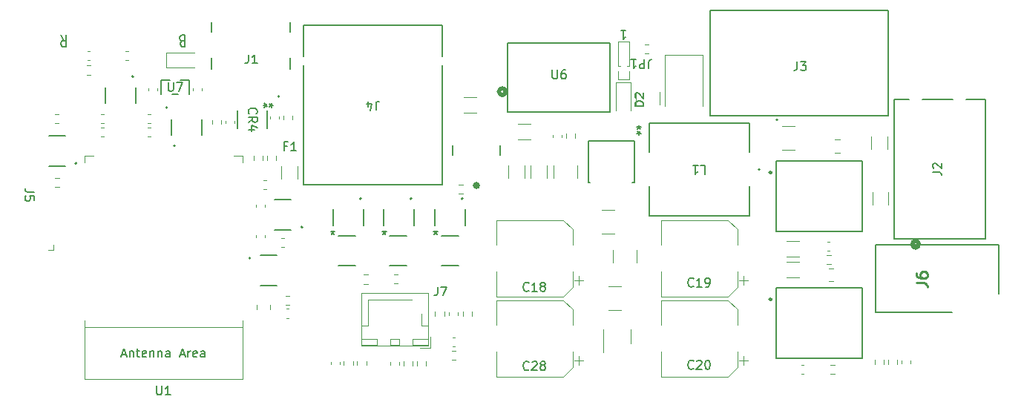
<source format=gbr>
%TF.GenerationSoftware,KiCad,Pcbnew,7.0.10*%
%TF.CreationDate,2025-02-04T14:48:45+01:00*%
%TF.ProjectId,BugWiperPCB,42756757-6970-4657-9250-43422e6b6963,rev?*%
%TF.SameCoordinates,Original*%
%TF.FileFunction,Legend,Top*%
%TF.FilePolarity,Positive*%
%FSLAX46Y46*%
G04 Gerber Fmt 4.6, Leading zero omitted, Abs format (unit mm)*
G04 Created by KiCad (PCBNEW 7.0.10) date 2025-02-04 14:48:45*
%MOMM*%
%LPD*%
G01*
G04 APERTURE LIST*
%ADD10C,0.200000*%
%ADD11C,0.150000*%
%ADD12C,0.254000*%
%ADD13C,0.120000*%
%ADD14C,0.152400*%
%ADD15C,0.508000*%
%ADD16C,0.400000*%
%ADD17C,0.250000*%
%ADD18C,0.127000*%
G04 APERTURE END LIST*
D10*
X129468571Y-61048447D02*
X129325714Y-60986542D01*
X129325714Y-60986542D02*
X129278095Y-60924638D01*
X129278095Y-60924638D02*
X129230476Y-60800828D01*
X129230476Y-60800828D02*
X129230476Y-60615114D01*
X129230476Y-60615114D02*
X129278095Y-60491304D01*
X129278095Y-60491304D02*
X129325714Y-60429400D01*
X129325714Y-60429400D02*
X129420952Y-60367495D01*
X129420952Y-60367495D02*
X129801904Y-60367495D01*
X129801904Y-60367495D02*
X129801904Y-61667495D01*
X129801904Y-61667495D02*
X129468571Y-61667495D01*
X129468571Y-61667495D02*
X129373333Y-61605590D01*
X129373333Y-61605590D02*
X129325714Y-61543685D01*
X129325714Y-61543685D02*
X129278095Y-61419876D01*
X129278095Y-61419876D02*
X129278095Y-61296066D01*
X129278095Y-61296066D02*
X129325714Y-61172257D01*
X129325714Y-61172257D02*
X129373333Y-61110352D01*
X129373333Y-61110352D02*
X129468571Y-61048447D01*
X129468571Y-61048447D02*
X129801904Y-61048447D01*
X115641476Y-60367495D02*
X115974809Y-60986542D01*
X116212904Y-60367495D02*
X116212904Y-61667495D01*
X116212904Y-61667495D02*
X115831952Y-61667495D01*
X115831952Y-61667495D02*
X115736714Y-61605590D01*
X115736714Y-61605590D02*
X115689095Y-61543685D01*
X115689095Y-61543685D02*
X115641476Y-61419876D01*
X115641476Y-61419876D02*
X115641476Y-61234161D01*
X115641476Y-61234161D02*
X115689095Y-61110352D01*
X115689095Y-61110352D02*
X115736714Y-61048447D01*
X115736714Y-61048447D02*
X115831952Y-60986542D01*
X115831952Y-60986542D02*
X116212904Y-60986542D01*
D11*
X146665151Y-82665219D02*
X146665151Y-82903314D01*
X146427056Y-82808076D02*
X146665151Y-82903314D01*
X146665151Y-82903314D02*
X146903246Y-82808076D01*
X146522294Y-83093790D02*
X146665151Y-82903314D01*
X146665151Y-82903314D02*
X146808008Y-83093790D01*
X141449466Y-73032209D02*
X141116133Y-73032209D01*
X141116133Y-73556019D02*
X141116133Y-72556019D01*
X141116133Y-72556019D02*
X141592323Y-72556019D01*
X142497085Y-73556019D02*
X141925657Y-73556019D01*
X142211371Y-73556019D02*
X142211371Y-72556019D01*
X142211371Y-72556019D02*
X142116133Y-72698876D01*
X142116133Y-72698876D02*
X142020895Y-72794114D01*
X142020895Y-72794114D02*
X141925657Y-72841733D01*
X215124820Y-75999933D02*
X215839105Y-75999933D01*
X215839105Y-75999933D02*
X215981962Y-76047552D01*
X215981962Y-76047552D02*
X216077201Y-76142790D01*
X216077201Y-76142790D02*
X216124820Y-76285647D01*
X216124820Y-76285647D02*
X216124820Y-76380885D01*
X215220058Y-75571361D02*
X215172439Y-75523742D01*
X215172439Y-75523742D02*
X215124820Y-75428504D01*
X215124820Y-75428504D02*
X215124820Y-75190409D01*
X215124820Y-75190409D02*
X215172439Y-75095171D01*
X215172439Y-75095171D02*
X215220058Y-75047552D01*
X215220058Y-75047552D02*
X215315296Y-74999933D01*
X215315296Y-74999933D02*
X215410534Y-74999933D01*
X215410534Y-74999933D02*
X215553391Y-75047552D01*
X215553391Y-75047552D02*
X216124820Y-75618980D01*
X216124820Y-75618980D02*
X216124820Y-74999933D01*
D12*
X213223118Y-88662932D02*
X214130261Y-88662932D01*
X214130261Y-88662932D02*
X214311689Y-88723409D01*
X214311689Y-88723409D02*
X214432642Y-88844361D01*
X214432642Y-88844361D02*
X214493118Y-89025790D01*
X214493118Y-89025790D02*
X214493118Y-89146742D01*
X213223118Y-87513885D02*
X213223118Y-87755790D01*
X213223118Y-87755790D02*
X213283594Y-87876742D01*
X213283594Y-87876742D02*
X213344070Y-87937218D01*
X213344070Y-87937218D02*
X213525499Y-88058171D01*
X213525499Y-88058171D02*
X213767403Y-88118647D01*
X213767403Y-88118647D02*
X214251213Y-88118647D01*
X214251213Y-88118647D02*
X214372165Y-88058171D01*
X214372165Y-88058171D02*
X214432642Y-87997694D01*
X214432642Y-87997694D02*
X214493118Y-87876742D01*
X214493118Y-87876742D02*
X214493118Y-87634837D01*
X214493118Y-87634837D02*
X214432642Y-87513885D01*
X214432642Y-87513885D02*
X214372165Y-87453409D01*
X214372165Y-87453409D02*
X214251213Y-87392932D01*
X214251213Y-87392932D02*
X213948832Y-87392932D01*
X213948832Y-87392932D02*
X213827880Y-87453409D01*
X213827880Y-87453409D02*
X213767403Y-87513885D01*
X213767403Y-87513885D02*
X213706927Y-87634837D01*
X213706927Y-87634837D02*
X213706927Y-87876742D01*
X213706927Y-87876742D02*
X213767403Y-87997694D01*
X213767403Y-87997694D02*
X213827880Y-88058171D01*
X213827880Y-88058171D02*
X213948832Y-88118647D01*
D11*
X187825142Y-98403580D02*
X187777523Y-98451200D01*
X187777523Y-98451200D02*
X187634666Y-98498819D01*
X187634666Y-98498819D02*
X187539428Y-98498819D01*
X187539428Y-98498819D02*
X187396571Y-98451200D01*
X187396571Y-98451200D02*
X187301333Y-98355961D01*
X187301333Y-98355961D02*
X187253714Y-98260723D01*
X187253714Y-98260723D02*
X187206095Y-98070247D01*
X187206095Y-98070247D02*
X187206095Y-97927390D01*
X187206095Y-97927390D02*
X187253714Y-97736914D01*
X187253714Y-97736914D02*
X187301333Y-97641676D01*
X187301333Y-97641676D02*
X187396571Y-97546438D01*
X187396571Y-97546438D02*
X187539428Y-97498819D01*
X187539428Y-97498819D02*
X187634666Y-97498819D01*
X187634666Y-97498819D02*
X187777523Y-97546438D01*
X187777523Y-97546438D02*
X187825142Y-97594057D01*
X188206095Y-97594057D02*
X188253714Y-97546438D01*
X188253714Y-97546438D02*
X188348952Y-97498819D01*
X188348952Y-97498819D02*
X188587047Y-97498819D01*
X188587047Y-97498819D02*
X188682285Y-97546438D01*
X188682285Y-97546438D02*
X188729904Y-97594057D01*
X188729904Y-97594057D02*
X188777523Y-97689295D01*
X188777523Y-97689295D02*
X188777523Y-97784533D01*
X188777523Y-97784533D02*
X188729904Y-97927390D01*
X188729904Y-97927390D02*
X188158476Y-98498819D01*
X188158476Y-98498819D02*
X188777523Y-98498819D01*
X189396571Y-97498819D02*
X189491809Y-97498819D01*
X189491809Y-97498819D02*
X189587047Y-97546438D01*
X189587047Y-97546438D02*
X189634666Y-97594057D01*
X189634666Y-97594057D02*
X189682285Y-97689295D01*
X189682285Y-97689295D02*
X189729904Y-97879771D01*
X189729904Y-97879771D02*
X189729904Y-98117866D01*
X189729904Y-98117866D02*
X189682285Y-98308342D01*
X189682285Y-98308342D02*
X189634666Y-98403580D01*
X189634666Y-98403580D02*
X189587047Y-98451200D01*
X189587047Y-98451200D02*
X189491809Y-98498819D01*
X189491809Y-98498819D02*
X189396571Y-98498819D01*
X189396571Y-98498819D02*
X189301333Y-98451200D01*
X189301333Y-98451200D02*
X189253714Y-98403580D01*
X189253714Y-98403580D02*
X189206095Y-98308342D01*
X189206095Y-98308342D02*
X189158476Y-98117866D01*
X189158476Y-98117866D02*
X189158476Y-97879771D01*
X189158476Y-97879771D02*
X189206095Y-97689295D01*
X189206095Y-97689295D02*
X189253714Y-97594057D01*
X189253714Y-97594057D02*
X189301333Y-97546438D01*
X189301333Y-97546438D02*
X189396571Y-97498819D01*
X112559180Y-78279666D02*
X111844895Y-78279666D01*
X111844895Y-78279666D02*
X111702038Y-78232047D01*
X111702038Y-78232047D02*
X111606800Y-78136809D01*
X111606800Y-78136809D02*
X111559180Y-77993952D01*
X111559180Y-77993952D02*
X111559180Y-77898714D01*
X112559180Y-79232047D02*
X112559180Y-78755857D01*
X112559180Y-78755857D02*
X112082990Y-78708238D01*
X112082990Y-78708238D02*
X112130609Y-78755857D01*
X112130609Y-78755857D02*
X112178228Y-78851095D01*
X112178228Y-78851095D02*
X112178228Y-79089190D01*
X112178228Y-79089190D02*
X112130609Y-79184428D01*
X112130609Y-79184428D02*
X112082990Y-79232047D01*
X112082990Y-79232047D02*
X111987752Y-79279666D01*
X111987752Y-79279666D02*
X111749657Y-79279666D01*
X111749657Y-79279666D02*
X111654419Y-79232047D01*
X111654419Y-79232047D02*
X111606800Y-79184428D01*
X111606800Y-79184428D02*
X111559180Y-79089190D01*
X111559180Y-79089190D02*
X111559180Y-78851095D01*
X111559180Y-78851095D02*
X111606800Y-78755857D01*
X111606800Y-78755857D02*
X111654419Y-78708238D01*
X126589295Y-100416819D02*
X126589295Y-101226342D01*
X126589295Y-101226342D02*
X126636914Y-101321580D01*
X126636914Y-101321580D02*
X126684533Y-101369200D01*
X126684533Y-101369200D02*
X126779771Y-101416819D01*
X126779771Y-101416819D02*
X126970247Y-101416819D01*
X126970247Y-101416819D02*
X127065485Y-101369200D01*
X127065485Y-101369200D02*
X127113104Y-101321580D01*
X127113104Y-101321580D02*
X127160723Y-101226342D01*
X127160723Y-101226342D02*
X127160723Y-100416819D01*
X128160723Y-101416819D02*
X127589295Y-101416819D01*
X127875009Y-101416819D02*
X127875009Y-100416819D01*
X127875009Y-100416819D02*
X127779771Y-100559676D01*
X127779771Y-100559676D02*
X127684533Y-100654914D01*
X127684533Y-100654914D02*
X127589295Y-100702533D01*
X122589294Y-96831104D02*
X123065484Y-96831104D01*
X122494056Y-97116819D02*
X122827389Y-96116819D01*
X122827389Y-96116819D02*
X123160722Y-97116819D01*
X123494056Y-96450152D02*
X123494056Y-97116819D01*
X123494056Y-96545390D02*
X123541675Y-96497771D01*
X123541675Y-96497771D02*
X123636913Y-96450152D01*
X123636913Y-96450152D02*
X123779770Y-96450152D01*
X123779770Y-96450152D02*
X123875008Y-96497771D01*
X123875008Y-96497771D02*
X123922627Y-96593009D01*
X123922627Y-96593009D02*
X123922627Y-97116819D01*
X124255961Y-96450152D02*
X124636913Y-96450152D01*
X124398818Y-96116819D02*
X124398818Y-96973961D01*
X124398818Y-96973961D02*
X124446437Y-97069200D01*
X124446437Y-97069200D02*
X124541675Y-97116819D01*
X124541675Y-97116819D02*
X124636913Y-97116819D01*
X125351199Y-97069200D02*
X125255961Y-97116819D01*
X125255961Y-97116819D02*
X125065485Y-97116819D01*
X125065485Y-97116819D02*
X124970247Y-97069200D01*
X124970247Y-97069200D02*
X124922628Y-96973961D01*
X124922628Y-96973961D02*
X124922628Y-96593009D01*
X124922628Y-96593009D02*
X124970247Y-96497771D01*
X124970247Y-96497771D02*
X125065485Y-96450152D01*
X125065485Y-96450152D02*
X125255961Y-96450152D01*
X125255961Y-96450152D02*
X125351199Y-96497771D01*
X125351199Y-96497771D02*
X125398818Y-96593009D01*
X125398818Y-96593009D02*
X125398818Y-96688247D01*
X125398818Y-96688247D02*
X124922628Y-96783485D01*
X125827390Y-96450152D02*
X125827390Y-97116819D01*
X125827390Y-96545390D02*
X125875009Y-96497771D01*
X125875009Y-96497771D02*
X125970247Y-96450152D01*
X125970247Y-96450152D02*
X126113104Y-96450152D01*
X126113104Y-96450152D02*
X126208342Y-96497771D01*
X126208342Y-96497771D02*
X126255961Y-96593009D01*
X126255961Y-96593009D02*
X126255961Y-97116819D01*
X126732152Y-96450152D02*
X126732152Y-97116819D01*
X126732152Y-96545390D02*
X126779771Y-96497771D01*
X126779771Y-96497771D02*
X126875009Y-96450152D01*
X126875009Y-96450152D02*
X127017866Y-96450152D01*
X127017866Y-96450152D02*
X127113104Y-96497771D01*
X127113104Y-96497771D02*
X127160723Y-96593009D01*
X127160723Y-96593009D02*
X127160723Y-97116819D01*
X128065485Y-97116819D02*
X128065485Y-96593009D01*
X128065485Y-96593009D02*
X128017866Y-96497771D01*
X128017866Y-96497771D02*
X127922628Y-96450152D01*
X127922628Y-96450152D02*
X127732152Y-96450152D01*
X127732152Y-96450152D02*
X127636914Y-96497771D01*
X128065485Y-97069200D02*
X127970247Y-97116819D01*
X127970247Y-97116819D02*
X127732152Y-97116819D01*
X127732152Y-97116819D02*
X127636914Y-97069200D01*
X127636914Y-97069200D02*
X127589295Y-96973961D01*
X127589295Y-96973961D02*
X127589295Y-96878723D01*
X127589295Y-96878723D02*
X127636914Y-96783485D01*
X127636914Y-96783485D02*
X127732152Y-96735866D01*
X127732152Y-96735866D02*
X127970247Y-96735866D01*
X127970247Y-96735866D02*
X128065485Y-96688247D01*
X129255962Y-96831104D02*
X129732152Y-96831104D01*
X129160724Y-97116819D02*
X129494057Y-96116819D01*
X129494057Y-96116819D02*
X129827390Y-97116819D01*
X130160724Y-97116819D02*
X130160724Y-96450152D01*
X130160724Y-96640628D02*
X130208343Y-96545390D01*
X130208343Y-96545390D02*
X130255962Y-96497771D01*
X130255962Y-96497771D02*
X130351200Y-96450152D01*
X130351200Y-96450152D02*
X130446438Y-96450152D01*
X131160724Y-97069200D02*
X131065486Y-97116819D01*
X131065486Y-97116819D02*
X130875010Y-97116819D01*
X130875010Y-97116819D02*
X130779772Y-97069200D01*
X130779772Y-97069200D02*
X130732153Y-96973961D01*
X130732153Y-96973961D02*
X130732153Y-96593009D01*
X130732153Y-96593009D02*
X130779772Y-96497771D01*
X130779772Y-96497771D02*
X130875010Y-96450152D01*
X130875010Y-96450152D02*
X131065486Y-96450152D01*
X131065486Y-96450152D02*
X131160724Y-96497771D01*
X131160724Y-96497771D02*
X131208343Y-96593009D01*
X131208343Y-96593009D02*
X131208343Y-96688247D01*
X131208343Y-96688247D02*
X130732153Y-96783485D01*
X132065486Y-97116819D02*
X132065486Y-96593009D01*
X132065486Y-96593009D02*
X132017867Y-96497771D01*
X132017867Y-96497771D02*
X131922629Y-96450152D01*
X131922629Y-96450152D02*
X131732153Y-96450152D01*
X131732153Y-96450152D02*
X131636915Y-96497771D01*
X132065486Y-97069200D02*
X131970248Y-97116819D01*
X131970248Y-97116819D02*
X131732153Y-97116819D01*
X131732153Y-97116819D02*
X131636915Y-97069200D01*
X131636915Y-97069200D02*
X131589296Y-96973961D01*
X131589296Y-96973961D02*
X131589296Y-96878723D01*
X131589296Y-96878723D02*
X131636915Y-96783485D01*
X131636915Y-96783485D02*
X131732153Y-96735866D01*
X131732153Y-96735866D02*
X131970248Y-96735866D01*
X131970248Y-96735866D02*
X132065486Y-96688247D01*
X151590333Y-68921880D02*
X151590333Y-68207595D01*
X151590333Y-68207595D02*
X151637952Y-68064738D01*
X151637952Y-68064738D02*
X151733190Y-67969500D01*
X151733190Y-67969500D02*
X151876047Y-67921880D01*
X151876047Y-67921880D02*
X151971285Y-67921880D01*
X150685571Y-68588547D02*
X150685571Y-67921880D01*
X150923666Y-68969500D02*
X151161761Y-68255214D01*
X151161761Y-68255214D02*
X150542714Y-68255214D01*
X152539300Y-82665219D02*
X152539300Y-82903314D01*
X152301205Y-82808076D02*
X152539300Y-82903314D01*
X152539300Y-82903314D02*
X152777395Y-82808076D01*
X152396443Y-83093790D02*
X152539300Y-82903314D01*
X152539300Y-82903314D02*
X152682157Y-83093790D01*
X169029142Y-98530580D02*
X168981523Y-98578200D01*
X168981523Y-98578200D02*
X168838666Y-98625819D01*
X168838666Y-98625819D02*
X168743428Y-98625819D01*
X168743428Y-98625819D02*
X168600571Y-98578200D01*
X168600571Y-98578200D02*
X168505333Y-98482961D01*
X168505333Y-98482961D02*
X168457714Y-98387723D01*
X168457714Y-98387723D02*
X168410095Y-98197247D01*
X168410095Y-98197247D02*
X168410095Y-98054390D01*
X168410095Y-98054390D02*
X168457714Y-97863914D01*
X168457714Y-97863914D02*
X168505333Y-97768676D01*
X168505333Y-97768676D02*
X168600571Y-97673438D01*
X168600571Y-97673438D02*
X168743428Y-97625819D01*
X168743428Y-97625819D02*
X168838666Y-97625819D01*
X168838666Y-97625819D02*
X168981523Y-97673438D01*
X168981523Y-97673438D02*
X169029142Y-97721057D01*
X169410095Y-97721057D02*
X169457714Y-97673438D01*
X169457714Y-97673438D02*
X169552952Y-97625819D01*
X169552952Y-97625819D02*
X169791047Y-97625819D01*
X169791047Y-97625819D02*
X169886285Y-97673438D01*
X169886285Y-97673438D02*
X169933904Y-97721057D01*
X169933904Y-97721057D02*
X169981523Y-97816295D01*
X169981523Y-97816295D02*
X169981523Y-97911533D01*
X169981523Y-97911533D02*
X169933904Y-98054390D01*
X169933904Y-98054390D02*
X169362476Y-98625819D01*
X169362476Y-98625819D02*
X169981523Y-98625819D01*
X170552952Y-98054390D02*
X170457714Y-98006771D01*
X170457714Y-98006771D02*
X170410095Y-97959152D01*
X170410095Y-97959152D02*
X170362476Y-97863914D01*
X170362476Y-97863914D02*
X170362476Y-97816295D01*
X170362476Y-97816295D02*
X170410095Y-97721057D01*
X170410095Y-97721057D02*
X170457714Y-97673438D01*
X170457714Y-97673438D02*
X170552952Y-97625819D01*
X170552952Y-97625819D02*
X170743428Y-97625819D01*
X170743428Y-97625819D02*
X170838666Y-97673438D01*
X170838666Y-97673438D02*
X170886285Y-97721057D01*
X170886285Y-97721057D02*
X170933904Y-97816295D01*
X170933904Y-97816295D02*
X170933904Y-97863914D01*
X170933904Y-97863914D02*
X170886285Y-97959152D01*
X170886285Y-97959152D02*
X170838666Y-98006771D01*
X170838666Y-98006771D02*
X170743428Y-98054390D01*
X170743428Y-98054390D02*
X170552952Y-98054390D01*
X170552952Y-98054390D02*
X170457714Y-98102009D01*
X170457714Y-98102009D02*
X170410095Y-98149628D01*
X170410095Y-98149628D02*
X170362476Y-98244866D01*
X170362476Y-98244866D02*
X170362476Y-98435342D01*
X170362476Y-98435342D02*
X170410095Y-98530580D01*
X170410095Y-98530580D02*
X170457714Y-98578200D01*
X170457714Y-98578200D02*
X170552952Y-98625819D01*
X170552952Y-98625819D02*
X170743428Y-98625819D01*
X170743428Y-98625819D02*
X170838666Y-98578200D01*
X170838666Y-98578200D02*
X170886285Y-98530580D01*
X170886285Y-98530580D02*
X170933904Y-98435342D01*
X170933904Y-98435342D02*
X170933904Y-98244866D01*
X170933904Y-98244866D02*
X170886285Y-98149628D01*
X170886285Y-98149628D02*
X170838666Y-98102009D01*
X170838666Y-98102009D02*
X170743428Y-98054390D01*
X158413450Y-82665219D02*
X158413450Y-82903314D01*
X158175355Y-82808076D02*
X158413450Y-82903314D01*
X158413450Y-82903314D02*
X158651545Y-82808076D01*
X158270593Y-83093790D02*
X158413450Y-82903314D01*
X158413450Y-82903314D02*
X158556307Y-83093790D01*
X127914495Y-65748819D02*
X127914495Y-66558342D01*
X127914495Y-66558342D02*
X127962114Y-66653580D01*
X127962114Y-66653580D02*
X128009733Y-66701200D01*
X128009733Y-66701200D02*
X128104971Y-66748819D01*
X128104971Y-66748819D02*
X128295447Y-66748819D01*
X128295447Y-66748819D02*
X128390685Y-66701200D01*
X128390685Y-66701200D02*
X128438304Y-66653580D01*
X128438304Y-66653580D02*
X128485923Y-66558342D01*
X128485923Y-66558342D02*
X128485923Y-65748819D01*
X128866876Y-65748819D02*
X129533542Y-65748819D01*
X129533542Y-65748819D02*
X129104971Y-66748819D01*
X188634666Y-75237180D02*
X189110856Y-75237180D01*
X189110856Y-75237180D02*
X189110856Y-76237180D01*
X187777523Y-75237180D02*
X188348951Y-75237180D01*
X188063237Y-75237180D02*
X188063237Y-76237180D01*
X188063237Y-76237180D02*
X188158475Y-76094323D01*
X188158475Y-76094323D02*
X188253713Y-75999085D01*
X188253713Y-75999085D02*
X188348951Y-75951466D01*
X137055266Y-62599219D02*
X137055266Y-63313504D01*
X137055266Y-63313504D02*
X137007647Y-63456361D01*
X137007647Y-63456361D02*
X136912409Y-63551600D01*
X136912409Y-63551600D02*
X136769552Y-63599219D01*
X136769552Y-63599219D02*
X136674314Y-63599219D01*
X138055266Y-63599219D02*
X137483838Y-63599219D01*
X137769552Y-63599219D02*
X137769552Y-62599219D01*
X137769552Y-62599219D02*
X137674314Y-62742076D01*
X137674314Y-62742076D02*
X137579076Y-62837314D01*
X137579076Y-62837314D02*
X137483838Y-62884933D01*
X137140419Y-69333333D02*
X137092800Y-69285714D01*
X137092800Y-69285714D02*
X137045180Y-69142857D01*
X137045180Y-69142857D02*
X137045180Y-69047619D01*
X137045180Y-69047619D02*
X137092800Y-68904762D01*
X137092800Y-68904762D02*
X137188038Y-68809524D01*
X137188038Y-68809524D02*
X137283276Y-68761905D01*
X137283276Y-68761905D02*
X137473752Y-68714286D01*
X137473752Y-68714286D02*
X137616609Y-68714286D01*
X137616609Y-68714286D02*
X137807085Y-68761905D01*
X137807085Y-68761905D02*
X137902323Y-68809524D01*
X137902323Y-68809524D02*
X137997561Y-68904762D01*
X137997561Y-68904762D02*
X138045180Y-69047619D01*
X138045180Y-69047619D02*
X138045180Y-69142857D01*
X138045180Y-69142857D02*
X137997561Y-69285714D01*
X137997561Y-69285714D02*
X137949942Y-69333333D01*
X137045180Y-70333333D02*
X137521371Y-70000000D01*
X137045180Y-69761905D02*
X138045180Y-69761905D01*
X138045180Y-69761905D02*
X138045180Y-70142857D01*
X138045180Y-70142857D02*
X137997561Y-70238095D01*
X137997561Y-70238095D02*
X137949942Y-70285714D01*
X137949942Y-70285714D02*
X137854704Y-70333333D01*
X137854704Y-70333333D02*
X137711847Y-70333333D01*
X137711847Y-70333333D02*
X137616609Y-70285714D01*
X137616609Y-70285714D02*
X137568990Y-70238095D01*
X137568990Y-70238095D02*
X137521371Y-70142857D01*
X137521371Y-70142857D02*
X137521371Y-69761905D01*
X137711847Y-71190476D02*
X137045180Y-71190476D01*
X138092800Y-70952381D02*
X137378514Y-70714286D01*
X137378514Y-70714286D02*
X137378514Y-71333333D01*
X138732819Y-68393449D02*
X138970914Y-68393449D01*
X138875676Y-68631544D02*
X138970914Y-68393449D01*
X138970914Y-68393449D02*
X138875676Y-68155354D01*
X139161390Y-68536306D02*
X138970914Y-68393449D01*
X138970914Y-68393449D02*
X139161390Y-68250592D01*
X139823180Y-68393450D02*
X139585085Y-68393450D01*
X139680323Y-68155355D02*
X139585085Y-68393450D01*
X139585085Y-68393450D02*
X139680323Y-68631545D01*
X139394609Y-68250593D02*
X139585085Y-68393450D01*
X139585085Y-68393450D02*
X139394609Y-68536307D01*
X182136819Y-68488094D02*
X181136819Y-68488094D01*
X181136819Y-68488094D02*
X181136819Y-68249999D01*
X181136819Y-68249999D02*
X181184438Y-68107142D01*
X181184438Y-68107142D02*
X181279676Y-68011904D01*
X181279676Y-68011904D02*
X181374914Y-67964285D01*
X181374914Y-67964285D02*
X181565390Y-67916666D01*
X181565390Y-67916666D02*
X181708247Y-67916666D01*
X181708247Y-67916666D02*
X181898723Y-67964285D01*
X181898723Y-67964285D02*
X181993961Y-68011904D01*
X181993961Y-68011904D02*
X182089200Y-68107142D01*
X182089200Y-68107142D02*
X182136819Y-68249999D01*
X182136819Y-68249999D02*
X182136819Y-68488094D01*
X181232057Y-67535713D02*
X181184438Y-67488094D01*
X181184438Y-67488094D02*
X181136819Y-67392856D01*
X181136819Y-67392856D02*
X181136819Y-67154761D01*
X181136819Y-67154761D02*
X181184438Y-67059523D01*
X181184438Y-67059523D02*
X181232057Y-67011904D01*
X181232057Y-67011904D02*
X181327295Y-66964285D01*
X181327295Y-66964285D02*
X181422533Y-66964285D01*
X181422533Y-66964285D02*
X181565390Y-67011904D01*
X181565390Y-67011904D02*
X182136819Y-67583332D01*
X182136819Y-67583332D02*
X182136819Y-66964285D01*
X199666266Y-63412019D02*
X199666266Y-64126304D01*
X199666266Y-64126304D02*
X199618647Y-64269161D01*
X199618647Y-64269161D02*
X199523409Y-64364400D01*
X199523409Y-64364400D02*
X199380552Y-64412019D01*
X199380552Y-64412019D02*
X199285314Y-64412019D01*
X200047219Y-63412019D02*
X200666266Y-63412019D01*
X200666266Y-63412019D02*
X200332933Y-63792971D01*
X200332933Y-63792971D02*
X200475790Y-63792971D01*
X200475790Y-63792971D02*
X200571028Y-63840590D01*
X200571028Y-63840590D02*
X200618647Y-63888209D01*
X200618647Y-63888209D02*
X200666266Y-63983447D01*
X200666266Y-63983447D02*
X200666266Y-64221542D01*
X200666266Y-64221542D02*
X200618647Y-64316780D01*
X200618647Y-64316780D02*
X200571028Y-64364400D01*
X200571028Y-64364400D02*
X200475790Y-64412019D01*
X200475790Y-64412019D02*
X200190076Y-64412019D01*
X200190076Y-64412019D02*
X200094838Y-64364400D01*
X200094838Y-64364400D02*
X200047219Y-64316780D01*
X187825142Y-89005580D02*
X187777523Y-89053200D01*
X187777523Y-89053200D02*
X187634666Y-89100819D01*
X187634666Y-89100819D02*
X187539428Y-89100819D01*
X187539428Y-89100819D02*
X187396571Y-89053200D01*
X187396571Y-89053200D02*
X187301333Y-88957961D01*
X187301333Y-88957961D02*
X187253714Y-88862723D01*
X187253714Y-88862723D02*
X187206095Y-88672247D01*
X187206095Y-88672247D02*
X187206095Y-88529390D01*
X187206095Y-88529390D02*
X187253714Y-88338914D01*
X187253714Y-88338914D02*
X187301333Y-88243676D01*
X187301333Y-88243676D02*
X187396571Y-88148438D01*
X187396571Y-88148438D02*
X187539428Y-88100819D01*
X187539428Y-88100819D02*
X187634666Y-88100819D01*
X187634666Y-88100819D02*
X187777523Y-88148438D01*
X187777523Y-88148438D02*
X187825142Y-88196057D01*
X188777523Y-89100819D02*
X188206095Y-89100819D01*
X188491809Y-89100819D02*
X188491809Y-88100819D01*
X188491809Y-88100819D02*
X188396571Y-88243676D01*
X188396571Y-88243676D02*
X188301333Y-88338914D01*
X188301333Y-88338914D02*
X188206095Y-88386533D01*
X189253714Y-89100819D02*
X189444190Y-89100819D01*
X189444190Y-89100819D02*
X189539428Y-89053200D01*
X189539428Y-89053200D02*
X189587047Y-89005580D01*
X189587047Y-89005580D02*
X189682285Y-88862723D01*
X189682285Y-88862723D02*
X189729904Y-88672247D01*
X189729904Y-88672247D02*
X189729904Y-88291295D01*
X189729904Y-88291295D02*
X189682285Y-88196057D01*
X189682285Y-88196057D02*
X189634666Y-88148438D01*
X189634666Y-88148438D02*
X189539428Y-88100819D01*
X189539428Y-88100819D02*
X189348952Y-88100819D01*
X189348952Y-88100819D02*
X189253714Y-88148438D01*
X189253714Y-88148438D02*
X189206095Y-88196057D01*
X189206095Y-88196057D02*
X189158476Y-88291295D01*
X189158476Y-88291295D02*
X189158476Y-88529390D01*
X189158476Y-88529390D02*
X189206095Y-88624628D01*
X189206095Y-88624628D02*
X189253714Y-88672247D01*
X189253714Y-88672247D02*
X189348952Y-88719866D01*
X189348952Y-88719866D02*
X189539428Y-88719866D01*
X189539428Y-88719866D02*
X189634666Y-88672247D01*
X189634666Y-88672247D02*
X189682285Y-88624628D01*
X189682285Y-88624628D02*
X189729904Y-88529390D01*
X182697333Y-64176180D02*
X182697333Y-63461895D01*
X182697333Y-63461895D02*
X182744952Y-63319038D01*
X182744952Y-63319038D02*
X182840190Y-63223800D01*
X182840190Y-63223800D02*
X182983047Y-63176180D01*
X182983047Y-63176180D02*
X183078285Y-63176180D01*
X182221142Y-63176180D02*
X182221142Y-64176180D01*
X182221142Y-64176180D02*
X181840190Y-64176180D01*
X181840190Y-64176180D02*
X181744952Y-64128561D01*
X181744952Y-64128561D02*
X181697333Y-64080942D01*
X181697333Y-64080942D02*
X181649714Y-63985704D01*
X181649714Y-63985704D02*
X181649714Y-63842847D01*
X181649714Y-63842847D02*
X181697333Y-63747609D01*
X181697333Y-63747609D02*
X181744952Y-63699990D01*
X181744952Y-63699990D02*
X181840190Y-63652371D01*
X181840190Y-63652371D02*
X182221142Y-63652371D01*
X180697333Y-63176180D02*
X181268761Y-63176180D01*
X180983047Y-63176180D02*
X180983047Y-64176180D01*
X180983047Y-64176180D02*
X181078285Y-64033323D01*
X181078285Y-64033323D02*
X181173523Y-63938085D01*
X181173523Y-63938085D02*
X181268761Y-63890466D01*
X179546285Y-59874180D02*
X180117713Y-59874180D01*
X179831999Y-59874180D02*
X179831999Y-60874180D01*
X179831999Y-60874180D02*
X179927237Y-60731323D01*
X179927237Y-60731323D02*
X180022475Y-60636085D01*
X180022475Y-60636085D02*
X180117713Y-60588466D01*
X169029142Y-89513580D02*
X168981523Y-89561200D01*
X168981523Y-89561200D02*
X168838666Y-89608819D01*
X168838666Y-89608819D02*
X168743428Y-89608819D01*
X168743428Y-89608819D02*
X168600571Y-89561200D01*
X168600571Y-89561200D02*
X168505333Y-89465961D01*
X168505333Y-89465961D02*
X168457714Y-89370723D01*
X168457714Y-89370723D02*
X168410095Y-89180247D01*
X168410095Y-89180247D02*
X168410095Y-89037390D01*
X168410095Y-89037390D02*
X168457714Y-88846914D01*
X168457714Y-88846914D02*
X168505333Y-88751676D01*
X168505333Y-88751676D02*
X168600571Y-88656438D01*
X168600571Y-88656438D02*
X168743428Y-88608819D01*
X168743428Y-88608819D02*
X168838666Y-88608819D01*
X168838666Y-88608819D02*
X168981523Y-88656438D01*
X168981523Y-88656438D02*
X169029142Y-88704057D01*
X169981523Y-89608819D02*
X169410095Y-89608819D01*
X169695809Y-89608819D02*
X169695809Y-88608819D01*
X169695809Y-88608819D02*
X169600571Y-88751676D01*
X169600571Y-88751676D02*
X169505333Y-88846914D01*
X169505333Y-88846914D02*
X169410095Y-88894533D01*
X170552952Y-89037390D02*
X170457714Y-88989771D01*
X170457714Y-88989771D02*
X170410095Y-88942152D01*
X170410095Y-88942152D02*
X170362476Y-88846914D01*
X170362476Y-88846914D02*
X170362476Y-88799295D01*
X170362476Y-88799295D02*
X170410095Y-88704057D01*
X170410095Y-88704057D02*
X170457714Y-88656438D01*
X170457714Y-88656438D02*
X170552952Y-88608819D01*
X170552952Y-88608819D02*
X170743428Y-88608819D01*
X170743428Y-88608819D02*
X170838666Y-88656438D01*
X170838666Y-88656438D02*
X170886285Y-88704057D01*
X170886285Y-88704057D02*
X170933904Y-88799295D01*
X170933904Y-88799295D02*
X170933904Y-88846914D01*
X170933904Y-88846914D02*
X170886285Y-88942152D01*
X170886285Y-88942152D02*
X170838666Y-88989771D01*
X170838666Y-88989771D02*
X170743428Y-89037390D01*
X170743428Y-89037390D02*
X170552952Y-89037390D01*
X170552952Y-89037390D02*
X170457714Y-89085009D01*
X170457714Y-89085009D02*
X170410095Y-89132628D01*
X170410095Y-89132628D02*
X170362476Y-89227866D01*
X170362476Y-89227866D02*
X170362476Y-89418342D01*
X170362476Y-89418342D02*
X170410095Y-89513580D01*
X170410095Y-89513580D02*
X170457714Y-89561200D01*
X170457714Y-89561200D02*
X170552952Y-89608819D01*
X170552952Y-89608819D02*
X170743428Y-89608819D01*
X170743428Y-89608819D02*
X170838666Y-89561200D01*
X170838666Y-89561200D02*
X170886285Y-89513580D01*
X170886285Y-89513580D02*
X170933904Y-89418342D01*
X170933904Y-89418342D02*
X170933904Y-89227866D01*
X170933904Y-89227866D02*
X170886285Y-89132628D01*
X170886285Y-89132628D02*
X170838666Y-89085009D01*
X170838666Y-89085009D02*
X170743428Y-89037390D01*
X158619866Y-89091419D02*
X158619866Y-89805704D01*
X158619866Y-89805704D02*
X158572247Y-89948561D01*
X158572247Y-89948561D02*
X158477009Y-90043800D01*
X158477009Y-90043800D02*
X158334152Y-90091419D01*
X158334152Y-90091419D02*
X158238914Y-90091419D01*
X159000819Y-89091419D02*
X159667485Y-89091419D01*
X159667485Y-89091419D02*
X159238914Y-90091419D01*
X181609999Y-71766780D02*
X181609999Y-71528685D01*
X181848094Y-71623923D02*
X181609999Y-71528685D01*
X181609999Y-71528685D02*
X181371904Y-71623923D01*
X181752856Y-71338209D02*
X181609999Y-71528685D01*
X181609999Y-71528685D02*
X181467142Y-71338209D01*
X181610000Y-70676419D02*
X181610000Y-70914514D01*
X181371905Y-70819276D02*
X181610000Y-70914514D01*
X181610000Y-70914514D02*
X181848095Y-70819276D01*
X181467143Y-71104990D02*
X181610000Y-70914514D01*
X181610000Y-70914514D02*
X181752857Y-71104990D01*
X171729495Y-64351819D02*
X171729495Y-65161342D01*
X171729495Y-65161342D02*
X171777114Y-65256580D01*
X171777114Y-65256580D02*
X171824733Y-65304200D01*
X171824733Y-65304200D02*
X171919971Y-65351819D01*
X171919971Y-65351819D02*
X172110447Y-65351819D01*
X172110447Y-65351819D02*
X172205685Y-65304200D01*
X172205685Y-65304200D02*
X172253304Y-65256580D01*
X172253304Y-65256580D02*
X172300923Y-65161342D01*
X172300923Y-65161342D02*
X172300923Y-64351819D01*
X173205685Y-64351819D02*
X173015209Y-64351819D01*
X173015209Y-64351819D02*
X172919971Y-64399438D01*
X172919971Y-64399438D02*
X172872352Y-64447057D01*
X172872352Y-64447057D02*
X172777114Y-64589914D01*
X172777114Y-64589914D02*
X172729495Y-64780390D01*
X172729495Y-64780390D02*
X172729495Y-65161342D01*
X172729495Y-65161342D02*
X172777114Y-65256580D01*
X172777114Y-65256580D02*
X172824733Y-65304200D01*
X172824733Y-65304200D02*
X172919971Y-65351819D01*
X172919971Y-65351819D02*
X173110447Y-65351819D01*
X173110447Y-65351819D02*
X173205685Y-65304200D01*
X173205685Y-65304200D02*
X173253304Y-65256580D01*
X173253304Y-65256580D02*
X173300923Y-65161342D01*
X173300923Y-65161342D02*
X173300923Y-64923247D01*
X173300923Y-64923247D02*
X173253304Y-64828009D01*
X173253304Y-64828009D02*
X173205685Y-64780390D01*
X173205685Y-64780390D02*
X173110447Y-64732771D01*
X173110447Y-64732771D02*
X172919971Y-64732771D01*
X172919971Y-64732771D02*
X172824733Y-64780390D01*
X172824733Y-64780390D02*
X172777114Y-64828009D01*
X172777114Y-64828009D02*
X172729495Y-64923247D01*
D13*
%TO.C,C22*%
X160323620Y-94892400D02*
X160604780Y-94892400D01*
X160323620Y-95912400D02*
X160604780Y-95912400D01*
%TO.C,C11*%
X153261600Y-97981380D02*
X153261600Y-97700220D01*
X154281600Y-97981380D02*
X154281600Y-97700220D01*
%TO.C,R12*%
X149464500Y-98039458D02*
X149464500Y-97564942D01*
X150509500Y-98039458D02*
X150509500Y-97564942D01*
%TO.C,R15*%
X150181542Y-87717100D02*
X150656058Y-87717100D01*
X150181542Y-88762100D02*
X150656058Y-88762100D01*
%TO.C,R21*%
X174360100Y-71644742D02*
X174360100Y-72119258D01*
X173315100Y-71644742D02*
X173315100Y-72119258D01*
D14*
%TO.C,CR1*%
X147293801Y-86664800D02*
X149249601Y-86664800D01*
X149249601Y-83312000D02*
X147293801Y-83312000D01*
D13*
%TO.C,D3*%
X188840000Y-62634000D02*
X184540000Y-62634000D01*
X188840000Y-62634000D02*
X188840000Y-68444000D01*
X184540000Y-62634000D02*
X184540000Y-68444000D01*
%TO.C,F1*%
X142642000Y-75345936D02*
X142642000Y-76800064D01*
X140822000Y-75345936D02*
X140822000Y-76800064D01*
%TO.C,C24*%
X168550000Y-75234748D02*
X168550000Y-76657252D01*
X166730000Y-75234748D02*
X166730000Y-76657252D01*
%TO.C,C15*%
X197916748Y-70776000D02*
X199339252Y-70776000D01*
X197916748Y-73496000D02*
X199339252Y-73496000D01*
%TO.C,C13*%
X159954000Y-92330380D02*
X159954000Y-92049220D01*
X160974000Y-92330380D02*
X160974000Y-92049220D01*
%TO.C,D1*%
X127631600Y-62396000D02*
X127631600Y-64096000D01*
X127631600Y-62396000D02*
X130891600Y-62396000D01*
X127631600Y-64096000D02*
X130891600Y-64096000D01*
%TO.C,C4*%
X118680620Y-62228000D02*
X118961780Y-62228000D01*
X118680620Y-63248000D02*
X118961780Y-63248000D01*
%TO.C,C33*%
X125589420Y-70965600D02*
X125870580Y-70965600D01*
X125589420Y-71985600D02*
X125870580Y-71985600D01*
%TO.C,C8*%
X203109420Y-83945000D02*
X203390580Y-83945000D01*
X203109420Y-84965000D02*
X203390580Y-84965000D01*
%TO.C,U4*%
X177510000Y-94742000D02*
X177510000Y-96542000D01*
X177510000Y-94742000D02*
X177510000Y-93942000D01*
X180630000Y-94742000D02*
X180630000Y-95542000D01*
X180630000Y-94742000D02*
X180630000Y-93942000D01*
D14*
%TO.C,J2*%
X210693000Y-83616800D02*
X221107000Y-83616800D01*
X221107000Y-83616800D02*
X221107000Y-67716400D01*
X210693000Y-67716400D02*
X210693000Y-83616800D01*
X212431754Y-67716400D02*
X210693000Y-67716400D01*
X217431754Y-67716400D02*
X213908248Y-67716400D01*
X221107000Y-67716400D02*
X218908248Y-67716400D01*
D15*
X213551001Y-84251800D02*
G75*
G03*
X212789001Y-84251800I-381000J0D01*
G01*
X212789001Y-84251800D02*
G75*
G03*
X213551001Y-84251800I381000J0D01*
G01*
D10*
%TO.C,J6*%
X208646000Y-91988000D02*
X217346000Y-91988000D01*
X222646000Y-89888000D02*
X222646000Y-84288000D01*
X208646000Y-84288000D02*
X208646000Y-91988000D01*
X222646000Y-84288000D02*
X208646000Y-84288000D01*
D13*
%TO.C,R14*%
X154110458Y-88711300D02*
X153635942Y-88711300D01*
X154110458Y-87666300D02*
X153635942Y-87666300D01*
%TO.C,C37*%
X138940000Y-83171420D02*
X138940000Y-83452580D01*
X137920000Y-83171420D02*
X137920000Y-83452580D01*
%TO.C,R19*%
X158354500Y-92427058D02*
X158354500Y-91952542D01*
X159399500Y-92427058D02*
X159399500Y-91952542D01*
%TO.C,F3*%
X208132000Y-73371064D02*
X208132000Y-71916936D01*
X209952000Y-73371064D02*
X209952000Y-71916936D01*
D10*
%TO.C,L2*%
X160368000Y-74083000D02*
X160368000Y-72983000D01*
X165768000Y-74083000D02*
X165768000Y-72983000D01*
D16*
X163268000Y-77533000D02*
G75*
G03*
X162868000Y-77533000I-200000J0D01*
G01*
X162868000Y-77533000D02*
G75*
G03*
X163268000Y-77533000I200000J0D01*
G01*
D13*
%TO.C,C3*%
X123330580Y-63248000D02*
X123049420Y-63248000D01*
X123330580Y-62228000D02*
X123049420Y-62228000D01*
%TO.C,R7*%
X203470742Y-98029500D02*
X203945258Y-98029500D01*
X203470742Y-99074500D02*
X203945258Y-99074500D01*
%TO.C,R3*%
X133952700Y-70049342D02*
X133952700Y-70523858D01*
X132907700Y-70049342D02*
X132907700Y-70523858D01*
%TO.C,R2*%
X142080700Y-69562742D02*
X142080700Y-70037258D01*
X141035700Y-69562742D02*
X141035700Y-70037258D01*
%TO.C,R25*%
X178092263Y-89069000D02*
X179539737Y-89069000D01*
X178092263Y-91779000D02*
X179539737Y-91779000D01*
%TO.C,C20*%
X194068000Y-97506000D02*
X193068000Y-97506000D01*
X193568000Y-98006000D02*
X193568000Y-97006000D01*
X192828000Y-98291563D02*
X192828000Y-96506000D01*
X192828000Y-98291563D02*
X191763563Y-99356000D01*
X192828000Y-91700437D02*
X192828000Y-93486000D01*
X192828000Y-91700437D02*
X191763563Y-90636000D01*
X191763563Y-99356000D02*
X184108000Y-99356000D01*
X191763563Y-90636000D02*
X184108000Y-90636000D01*
X184108000Y-99356000D02*
X184108000Y-96506000D01*
X184108000Y-90636000D02*
X184108000Y-93486000D01*
%TO.C,R10*%
X155818100Y-97603542D02*
X155818100Y-98078058D01*
X154773100Y-97603542D02*
X154773100Y-98078058D01*
%TO.C,J5*%
X114808000Y-84905000D02*
X114173000Y-84905000D01*
X114808000Y-84270000D02*
X114808000Y-84905000D01*
%TO.C,U1*%
X136351200Y-99662000D02*
X136351200Y-92912000D01*
X136351200Y-99662000D02*
X118351200Y-99662000D01*
X136351200Y-74912000D02*
X136351200Y-74162000D01*
X136351200Y-74162000D02*
X135351200Y-74162000D01*
X118351200Y-99662000D02*
X118351200Y-92912000D01*
X118351200Y-93722000D02*
X136351200Y-93722000D01*
X118351200Y-74912000D02*
X118351200Y-74162000D01*
X118351200Y-74162000D02*
X119351200Y-74162000D01*
D14*
%TO.C,J4*%
X159156400Y-77469900D02*
X159156400Y-63782372D01*
X159156400Y-62811028D02*
X159156400Y-59283500D01*
X159156400Y-59283500D02*
X143357600Y-59283500D01*
X143357600Y-77469900D02*
X159156400Y-77469900D01*
X143357600Y-63782372D02*
X143357600Y-77469900D01*
X143357600Y-59283500D02*
X143357600Y-62811028D01*
D13*
%TO.C,R22*%
X114926342Y-69378300D02*
X115400858Y-69378300D01*
X114926342Y-70423300D02*
X115400858Y-70423300D01*
D14*
%TO.C,CR3*%
X153167950Y-86664800D02*
X155123750Y-86664800D01*
X155123750Y-83312000D02*
X153167950Y-83312000D01*
D13*
%TO.C,C9*%
X204511252Y-73785400D02*
X203988748Y-73785400D01*
X204511252Y-72315400D02*
X203988748Y-72315400D01*
%TO.C,R11*%
X148985500Y-97564942D02*
X148985500Y-98039458D01*
X147940500Y-97564942D02*
X147940500Y-98039458D01*
%TO.C,R18*%
X114977142Y-76693500D02*
X115451658Y-76693500D01*
X114977142Y-77738500D02*
X115451658Y-77738500D01*
%TO.C,C31*%
X141640580Y-92648200D02*
X141359420Y-92648200D01*
X141640580Y-91628200D02*
X141359420Y-91628200D01*
%TO.C,C39*%
X139078580Y-77980000D02*
X138797420Y-77980000D01*
X139078580Y-76960000D02*
X138797420Y-76960000D01*
D10*
%TO.C,U2*%
X197268000Y-89218000D02*
X207068000Y-89218000D01*
X197268000Y-97218000D02*
X197268000Y-89218000D01*
X197268000Y-97218000D02*
X207068000Y-97218000D01*
X207068000Y-97218000D02*
X207068000Y-89218000D01*
D17*
X196743000Y-90518000D02*
G75*
G03*
X196493000Y-90518000I-125000J0D01*
G01*
X196493000Y-90518000D02*
G75*
G03*
X196743000Y-90518000I125000J0D01*
G01*
D13*
%TO.C,C28*%
X175272000Y-97506000D02*
X174272000Y-97506000D01*
X174772000Y-98006000D02*
X174772000Y-97006000D01*
X174032000Y-98291563D02*
X174032000Y-96506000D01*
X174032000Y-98291563D02*
X172967563Y-99356000D01*
X174032000Y-91700437D02*
X174032000Y-93486000D01*
X174032000Y-91700437D02*
X172967563Y-90636000D01*
X172967563Y-99356000D02*
X165312000Y-99356000D01*
X172967563Y-90636000D02*
X165312000Y-90636000D01*
X165312000Y-99356000D02*
X165312000Y-96506000D01*
X165312000Y-90636000D02*
X165312000Y-93486000D01*
D14*
%TO.C,CR2*%
X159042100Y-86664800D02*
X160997900Y-86664800D01*
X160997900Y-83312000D02*
X159042100Y-83312000D01*
D13*
%TO.C,TH1*%
X209564500Y-97425742D02*
X209564500Y-97900258D01*
X208519500Y-97425742D02*
X208519500Y-97900258D01*
%TO.C,C35*%
X120536580Y-70461600D02*
X120255420Y-70461600D01*
X120536580Y-69441600D02*
X120255420Y-69441600D01*
%TO.C,C21*%
X183986000Y-66852748D02*
X183986000Y-68275252D01*
X181266000Y-66852748D02*
X181266000Y-68275252D01*
%TO.C,C14*%
X172823600Y-71741420D02*
X172823600Y-72022580D01*
X171803600Y-71741420D02*
X171803600Y-72022580D01*
%TO.C,R6*%
X118583942Y-63841100D02*
X119058458Y-63841100D01*
X118583942Y-64886100D02*
X119058458Y-64886100D01*
%TO.C,C25*%
X171090000Y-75234748D02*
X171090000Y-76657252D01*
X169270000Y-75234748D02*
X169270000Y-76657252D01*
%TO.C,C7*%
X198424748Y-83875200D02*
X199847252Y-83875200D01*
X198424748Y-85695200D02*
X199847252Y-85695200D01*
D10*
%TO.C,U3*%
X197268000Y-74740000D02*
X207068000Y-74740000D01*
X197268000Y-82740000D02*
X197268000Y-74740000D01*
X197268000Y-82740000D02*
X207068000Y-82740000D01*
X207068000Y-82740000D02*
X207068000Y-74740000D01*
D17*
X196743000Y-76040000D02*
G75*
G03*
X196493000Y-76040000I-125000J0D01*
G01*
X196493000Y-76040000D02*
G75*
G03*
X196743000Y-76040000I125000J0D01*
G01*
D13*
%TO.C,F4*%
X161578936Y-67416000D02*
X163033064Y-67416000D01*
X161578936Y-69236000D02*
X163033064Y-69236000D01*
D14*
%TO.C,U7*%
X127050800Y-65468500D02*
X127050800Y-67119500D01*
X128064260Y-65468500D02*
X127050800Y-65468500D01*
X128331041Y-67119500D02*
X129021759Y-67119500D01*
X130302000Y-65468500D02*
X129288540Y-65468500D01*
X130302000Y-67119500D02*
X130302000Y-65468500D01*
X127795100Y-68656200D02*
G75*
G03*
X127642700Y-68656200I-76200J0D01*
G01*
X127642700Y-68656200D02*
G75*
G03*
X127795100Y-68656200I76200J0D01*
G01*
D13*
%TO.C,C6*%
X200113020Y-98042000D02*
X200394180Y-98042000D01*
X200113020Y-99062000D02*
X200394180Y-99062000D01*
%TO.C,C32*%
X125589420Y-69441600D02*
X125870580Y-69441600D01*
X125589420Y-70461600D02*
X125870580Y-70461600D01*
%TO.C,R38*%
X141262742Y-90104700D02*
X141737258Y-90104700D01*
X141262742Y-91149700D02*
X141737258Y-91149700D01*
D18*
%TO.C,RN3*%
X155907000Y-80278400D02*
X155907000Y-82078400D01*
X152449000Y-82078400D02*
X152449000Y-80278400D01*
D10*
X155678000Y-79028400D02*
G75*
G03*
X155478000Y-79028400I-100000J0D01*
G01*
X155478000Y-79028400D02*
G75*
G03*
X155678000Y-79028400I100000J0D01*
G01*
D13*
%TO.C,C23*%
X178599000Y-86309252D02*
X178599000Y-84886748D01*
X181319000Y-86309252D02*
X181319000Y-84886748D01*
D14*
%TO.C,L1*%
X194183000Y-80962500D02*
X194183000Y-77650340D01*
X194183000Y-73733660D02*
X194183000Y-70421500D01*
X194183000Y-70421500D02*
X182753000Y-70421500D01*
X182753000Y-80962500D02*
X194183000Y-80962500D01*
X182753000Y-77650340D02*
X182753000Y-80962500D01*
X182753000Y-70421500D02*
X182753000Y-73733660D01*
X195402200Y-75692000D02*
G75*
G03*
X195249800Y-75692000I-76200J0D01*
G01*
X195249800Y-75692000D02*
G75*
G03*
X195402200Y-75692000I76200J0D01*
G01*
D13*
%TO.C,R16*%
X182710858Y-62447700D02*
X182236342Y-62447700D01*
X182710858Y-61402700D02*
X182236342Y-61402700D01*
D18*
%TO.C,J1*%
X141786800Y-64206800D02*
X141786800Y-62936800D01*
X141786800Y-59990400D02*
X141786400Y-58872800D01*
X132846400Y-64206800D02*
X132846000Y-62936800D01*
X132846000Y-59990400D02*
X132846400Y-58872800D01*
D10*
X140616400Y-67372800D02*
G75*
G03*
X140416400Y-67372800I-100000J0D01*
G01*
X140416400Y-67372800D02*
G75*
G03*
X140616400Y-67372800I100000J0D01*
G01*
D14*
%TO.C,CR4*%
X135823600Y-69022100D02*
X135823600Y-70977900D01*
X139176400Y-70977900D02*
X139176400Y-69022100D01*
D13*
%TO.C,C40*%
X138015000Y-91650452D02*
X138015000Y-91127948D01*
X139485000Y-91650452D02*
X139485000Y-91127948D01*
D18*
%TO.C,RN1*%
X128268200Y-71766000D02*
X128268200Y-69966000D01*
X131726200Y-69966000D02*
X131726200Y-71766000D01*
D10*
X128697200Y-73016000D02*
G75*
G03*
X128497200Y-73016000I-100000J0D01*
G01*
X128497200Y-73016000D02*
G75*
G03*
X128697200Y-73016000I100000J0D01*
G01*
D13*
%TO.C,C1*%
X135463150Y-70146020D02*
X135463150Y-70427180D01*
X134443150Y-70146020D02*
X134443150Y-70427180D01*
%TO.C,R4*%
X138698500Y-74184742D02*
X138698500Y-74659258D01*
X137653500Y-74184742D02*
X137653500Y-74659258D01*
%TO.C,C34*%
X120536580Y-71985600D02*
X120255420Y-71985600D01*
X120536580Y-70965600D02*
X120255420Y-70965600D01*
D18*
%TO.C,RN8*%
X116114400Y-75338200D02*
X114314400Y-75338200D01*
X114314400Y-71880200D02*
X116114400Y-71880200D01*
D10*
X117464400Y-75009200D02*
G75*
G03*
X117264400Y-75009200I-100000J0D01*
G01*
X117264400Y-75009200D02*
G75*
G03*
X117464400Y-75009200I100000J0D01*
G01*
D13*
%TO.C,C38*%
X137920000Y-80023580D02*
X137920000Y-79742420D01*
X138940000Y-80023580D02*
X138940000Y-79742420D01*
%TO.C,C5*%
X203761252Y-88485000D02*
X203238748Y-88485000D01*
X203761252Y-87015000D02*
X203238748Y-87015000D01*
D18*
%TO.C,RN6*%
X150166600Y-80278400D02*
X150166600Y-82078400D01*
X146708600Y-82078400D02*
X146708600Y-80278400D01*
D10*
X149937600Y-79028400D02*
G75*
G03*
X149737600Y-79028400I-100000J0D01*
G01*
X149737600Y-79028400D02*
G75*
G03*
X149937600Y-79028400I100000J0D01*
G01*
D13*
%TO.C,R8*%
X203487258Y-86501500D02*
X203012742Y-86501500D01*
X203487258Y-85456500D02*
X203012742Y-85456500D01*
%TO.C,C26*%
X169240252Y-72284000D02*
X167817748Y-72284000D01*
X169240252Y-70464000D02*
X167817748Y-70464000D01*
D18*
%TO.C,RN7*%
X161749000Y-80278400D02*
X161749000Y-82078400D01*
X158291000Y-82078400D02*
X158291000Y-80278400D01*
D10*
X161520000Y-79028400D02*
G75*
G03*
X161320000Y-79028400I-100000J0D01*
G01*
X161320000Y-79028400D02*
G75*
G03*
X161520000Y-79028400I100000J0D01*
G01*
D13*
%TO.C,D2*%
X180682000Y-65740000D02*
X178982000Y-65740000D01*
X180682000Y-65740000D02*
X180682000Y-69000000D01*
X178982000Y-65740000D02*
X178982000Y-69000000D01*
%TO.C,C29*%
X130706400Y-66688580D02*
X130706400Y-66407420D01*
X131726400Y-66688580D02*
X131726400Y-66407420D01*
%TO.C,R20*%
X162574500Y-91952542D02*
X162574500Y-92427058D01*
X161529500Y-91952542D02*
X161529500Y-92427058D01*
D18*
%TO.C,RN2*%
X138447200Y-85520000D02*
X140247200Y-85520000D01*
X140247200Y-88978000D02*
X138447200Y-88978000D01*
D10*
X137297200Y-85849000D02*
G75*
G03*
X137097200Y-85849000I-100000J0D01*
G01*
X137097200Y-85849000D02*
G75*
G03*
X137297200Y-85849000I100000J0D01*
G01*
D13*
%TO.C,R5*%
X140222500Y-74184742D02*
X140222500Y-74659258D01*
X139177500Y-74184742D02*
X139177500Y-74659258D01*
D18*
%TO.C,RN4*%
X124157000Y-66359200D02*
X124157000Y-68159200D01*
X120699000Y-68159200D02*
X120699000Y-66359200D01*
D10*
X123928000Y-65109200D02*
G75*
G03*
X123728000Y-65109200I-100000J0D01*
G01*
X123728000Y-65109200D02*
G75*
G03*
X123928000Y-65109200I100000J0D01*
G01*
D13*
%TO.C,C30*%
X126646400Y-66407420D02*
X126646400Y-66688580D01*
X125626400Y-66407420D02*
X125626400Y-66688580D01*
%TO.C,C36*%
X140829420Y-83564000D02*
X141110580Y-83564000D01*
X140829420Y-84584000D02*
X141110580Y-84584000D01*
D18*
%TO.C,J3*%
X210033000Y-69541500D02*
X210033000Y-57541500D01*
X210033000Y-57541500D02*
X189763000Y-57541500D01*
X189763000Y-69541500D02*
X210033000Y-69541500D01*
X189763000Y-57541500D02*
X189763000Y-69541500D01*
D10*
X197453000Y-70041500D02*
G75*
G03*
X197253000Y-70041500I-100000J0D01*
G01*
X197253000Y-70041500D02*
G75*
G03*
X197453000Y-70041500I100000J0D01*
G01*
D13*
%TO.C,R13*%
X160701458Y-97448900D02*
X160226942Y-97448900D01*
X160701458Y-96403900D02*
X160226942Y-96403900D01*
%TO.C,C10*%
X198424748Y-86212000D02*
X199847252Y-86212000D01*
X198424748Y-88032000D02*
X199847252Y-88032000D01*
%TO.C,C17*%
X171868000Y-76657252D02*
X171868000Y-75234748D01*
X174588000Y-76657252D02*
X174588000Y-75234748D01*
%TO.C,C19*%
X194068000Y-88362000D02*
X193068000Y-88362000D01*
X193568000Y-88862000D02*
X193568000Y-87862000D01*
X192828000Y-89147563D02*
X192828000Y-87362000D01*
X192828000Y-89147563D02*
X191763563Y-90212000D01*
X192828000Y-82556437D02*
X192828000Y-84342000D01*
X192828000Y-82556437D02*
X191763563Y-81492000D01*
X191763563Y-90212000D02*
X184108000Y-90212000D01*
X191763563Y-81492000D02*
X184108000Y-81492000D01*
X184108000Y-90212000D02*
X184108000Y-87362000D01*
X184108000Y-81492000D02*
X184108000Y-84342000D01*
%TO.C,F2*%
X208233600Y-79727064D02*
X208233600Y-78272936D01*
X210053600Y-79727064D02*
X210053600Y-78272936D01*
%TO.C,JP1*%
X180467000Y-61091000D02*
X180467000Y-63885000D01*
X179197000Y-61091000D02*
X180467000Y-61091000D01*
X180467000Y-63885000D02*
X180213000Y-63885000D01*
X179451000Y-63885000D02*
X179197000Y-63885000D01*
X179197000Y-63885000D02*
X179197000Y-61091000D01*
X180467000Y-64520000D02*
X180467000Y-65409000D01*
X179197000Y-64520000D02*
X179197000Y-65409000D01*
X180467000Y-65409000D02*
X179197000Y-65409000D01*
%TO.C,C18*%
X175272000Y-88362000D02*
X174272000Y-88362000D01*
X174772000Y-88862000D02*
X174772000Y-87862000D01*
X174032000Y-89147563D02*
X174032000Y-87362000D01*
X174032000Y-89147563D02*
X172967563Y-90212000D01*
X174032000Y-82556437D02*
X174032000Y-84342000D01*
X174032000Y-82556437D02*
X172967563Y-81492000D01*
X172967563Y-90212000D02*
X165312000Y-90212000D01*
X172967563Y-81492000D02*
X165312000Y-81492000D01*
X165312000Y-90212000D02*
X165312000Y-87362000D01*
X165312000Y-81492000D02*
X165312000Y-84342000D01*
%TO.C,R9*%
X156297100Y-98078058D02*
X156297100Y-97603542D01*
X157342100Y-98078058D02*
X157342100Y-97603542D01*
%TO.C,J7*%
X157840800Y-96069600D02*
X157840800Y-94819600D01*
X157550800Y-95779600D02*
X157550800Y-89809600D01*
X157550800Y-89809600D02*
X149930800Y-89809600D01*
X157540800Y-95769600D02*
X157540800Y-95019600D01*
X157540800Y-95019600D02*
X155740800Y-95019600D01*
X157540800Y-93519600D02*
X156790800Y-93519600D01*
X156790800Y-93519600D02*
X156790800Y-92179600D01*
X156590800Y-96069600D02*
X157840800Y-96069600D01*
X155740800Y-95769600D02*
X157540800Y-95769600D01*
X155740800Y-95019600D02*
X155740800Y-95769600D01*
X154240800Y-95769600D02*
X154240800Y-95019600D01*
X154240800Y-95019600D02*
X153240800Y-95019600D01*
X153740800Y-90569600D02*
X155730800Y-90569600D01*
X153240800Y-95769600D02*
X154240800Y-95769600D01*
X153240800Y-95019600D02*
X153240800Y-95769600D01*
X151740800Y-95769600D02*
X151740800Y-95019600D01*
X151740800Y-95019600D02*
X149940800Y-95019600D01*
X150690800Y-93519600D02*
X150690800Y-90569600D01*
X150690800Y-90569600D02*
X153740800Y-90569600D01*
X149940800Y-95769600D02*
X151740800Y-95769600D01*
X149940800Y-95019600D02*
X149940800Y-95769600D01*
X149940800Y-93519600D02*
X150690800Y-93519600D01*
X149930800Y-95779600D02*
X157550800Y-95779600D01*
X149930800Y-89809600D02*
X149930800Y-95779600D01*
D14*
%TO.C,Q1*%
X181063900Y-77190600D02*
X181063900Y-72466200D01*
X181063900Y-72466200D02*
X175806100Y-72466200D01*
X180825140Y-77190600D02*
X181063900Y-77190600D01*
X175806100Y-77190600D02*
X176044860Y-77190600D01*
X175806100Y-72466200D02*
X175806100Y-77190600D01*
D13*
%TO.C,R17*%
X161527258Y-78500500D02*
X161052742Y-78500500D01*
X161527258Y-77455500D02*
X161052742Y-77455500D01*
D18*
%TO.C,RN5*%
X141870000Y-82628000D02*
X140070000Y-82628000D01*
X140070000Y-79170000D02*
X141870000Y-79170000D01*
D10*
X143220000Y-82299000D02*
G75*
G03*
X143020000Y-82299000I-100000J0D01*
G01*
X143020000Y-82299000D02*
G75*
G03*
X143220000Y-82299000I100000J0D01*
G01*
D13*
%TO.C,C2*%
X139523150Y-69940580D02*
X139523150Y-69659420D01*
X140543150Y-69940580D02*
X140543150Y-69659420D01*
%TO.C,C12*%
X146429000Y-97942780D02*
X146429000Y-97661620D01*
X147449000Y-97942780D02*
X147449000Y-97661620D01*
D14*
%TO.C,U6*%
X166649400Y-61239400D02*
X166649400Y-69113400D01*
X166649400Y-69113400D02*
X178333400Y-69113400D01*
X178333400Y-61239400D02*
X166649400Y-61239400D01*
X178333400Y-69113400D02*
X178333400Y-61239400D01*
D15*
X166395400Y-66827400D02*
G75*
G03*
X165633400Y-66827400I-381000J0D01*
G01*
X165633400Y-66827400D02*
G75*
G03*
X166395400Y-66827400I381000J0D01*
G01*
D13*
%TO.C,C27*%
X212600000Y-97535420D02*
X212600000Y-97816580D01*
X211580000Y-97535420D02*
X211580000Y-97816580D01*
%TO.C,R27*%
X211088500Y-97438742D02*
X211088500Y-97913258D01*
X210043500Y-97438742D02*
X210043500Y-97913258D01*
%TO.C,C16*%
X177391748Y-80301000D02*
X178814252Y-80301000D01*
X177391748Y-83021000D02*
X178814252Y-83021000D01*
%TD*%
M02*

</source>
